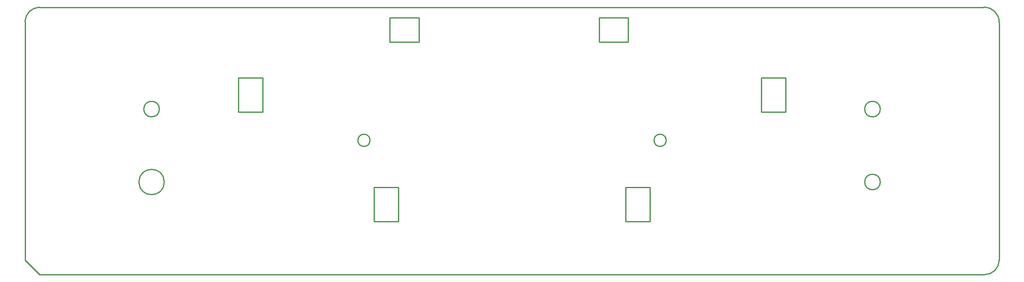
<source format=gko>
%FSLAX25Y25*%
%MOIN*%
G70*
G01*
G75*
G04 Layer_Color=16711935*
%ADD10R,0.03937X0.03937*%
%ADD11R,0.03937X0.03937*%
%ADD12C,0.01000*%
%ADD13C,0.02500*%
%ADD14C,0.04000*%
%ADD15C,0.07000*%
%ADD16C,0.06000*%
%ADD17C,0.02000*%
%ADD18C,0.03000*%
%ADD19C,0.06000*%
%ADD20C,0.05512*%
%ADD21C,0.06300*%
%ADD22C,0.07087*%
%ADD23C,0.08661*%
%ADD24R,0.06000X0.06000*%
%ADD25C,0.02500*%
%ADD26C,0.05000*%
%ADD27O,0.05906X0.01969*%
%ADD28R,0.05000X0.06000*%
%ADD29O,0.01969X0.05906*%
%ADD30R,0.02362X0.04299*%
%ADD31R,0.06000X0.05000*%
%ADD32R,0.04213X0.11811*%
%ADD33R,0.27559X0.37008*%
%ADD34R,0.08858X0.08071*%
%ADD35R,0.08071X0.08858*%
%ADD36R,0.15748X0.15748*%
%ADD37O,0.02400X0.07600*%
%ADD38R,0.02400X0.07600*%
%ADD39R,0.05709X0.02756*%
%ADD40R,0.04299X0.02362*%
%ADD41R,0.15748X0.06000*%
%ADD42R,0.11811X0.23622*%
%ADD43O,0.02400X0.07400*%
%ADD44C,0.00500*%
%ADD45C,0.00787*%
%ADD46C,0.02362*%
%ADD47C,0.00984*%
%ADD48C,0.00800*%
%ADD49C,0.00600*%
%ADD50C,0.00200*%
%ADD51C,0.00100*%
%ADD52R,0.00446X0.00990*%
%ADD53R,0.00900X0.00700*%
%ADD54C,0.01969*%
%ADD55C,0.00400*%
%ADD56C,0.01500*%
%ADD57R,0.04737X0.04737*%
%ADD58R,0.04737X0.04737*%
%ADD59C,0.06800*%
%ADD60C,0.06312*%
%ADD61C,0.07100*%
%ADD62C,0.07887*%
%ADD63C,0.09461*%
%ADD64R,0.06800X0.06800*%
%ADD65O,0.06706X0.02769*%
%ADD66R,0.05800X0.06800*%
%ADD67O,0.02769X0.06706*%
%ADD68R,0.03162X0.05099*%
%ADD69R,0.06800X0.05800*%
%ADD70R,0.05013X0.12611*%
%ADD71R,0.28359X0.37808*%
%ADD72R,0.09658X0.08871*%
%ADD73R,0.08871X0.09658*%
%ADD74R,0.16548X0.16548*%
%ADD75O,0.03200X0.08400*%
%ADD76R,0.03200X0.08400*%
%ADD77R,0.06509X0.03556*%
%ADD78R,0.05099X0.03162*%
%ADD79R,0.16548X0.06800*%
%ADD80R,0.12611X0.24422*%
%ADD81O,0.03200X0.08200*%
D12*
X485393Y43023D02*
Y70582D01*
D47*
X691298Y75034D02*
G03*
X691298Y75034I-6299J0D01*
G01*
Y134089D02*
G03*
X691298Y134089I-6299J0D01*
G01*
X112558Y75034D02*
G03*
X112558Y75034I-10236J0D01*
G01*
X108621Y134089D02*
G03*
X108621Y134089I-6299J0D01*
G01*
X775591Y-0D02*
G03*
X787402Y11811I0J11811D01*
G01*
X787401Y204328D02*
G03*
X775194Y216535I-11977J230D01*
G01*
X11421Y216536D02*
G03*
X-0Y205115I587J-12008D01*
G01*
X278897Y108771D02*
G03*
X278897Y108771I-4921J0D01*
G01*
X518267D02*
G03*
X518267Y108771I-4921J0D01*
G01*
X11811Y-0D02*
X775591D01*
X787402Y11811D02*
Y204331D01*
X11417Y216535D02*
X775197D01*
X0Y11811D02*
Y205118D01*
Y11811D02*
X11811Y-0D01*
X172401Y159244D02*
X192086D01*
Y131685D02*
Y159244D01*
X172401Y131685D02*
Y159244D01*
Y131685D02*
X192086D01*
X294696Y207984D02*
X318318D01*
X294696Y188299D02*
Y207984D01*
X318318Y188299D02*
Y207984D01*
X294696Y188299D02*
X318318D01*
X282243Y70582D02*
X301928D01*
X282243Y43023D02*
Y70582D01*
X301928Y43023D02*
Y70582D01*
X282243Y43023D02*
X301928D01*
X463988Y207984D02*
X487610D01*
X463988Y188299D02*
Y207984D01*
X487610Y188299D02*
Y207984D01*
X463988Y188299D02*
X487610D01*
X485393Y70582D02*
X505078D01*
Y43023D02*
Y70582D01*
X485393Y43023D02*
X505078D01*
X595235Y159244D02*
X614920D01*
Y131685D02*
Y159244D01*
X595235Y131685D02*
Y159244D01*
Y131685D02*
X614920D01*
M02*

</source>
